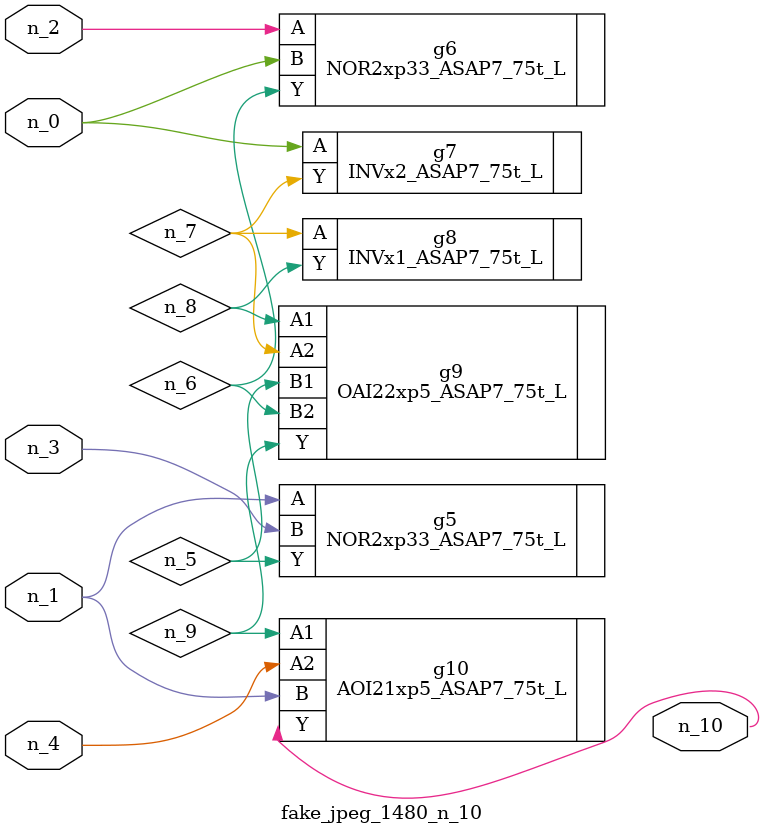
<source format=v>
module fake_jpeg_1480_n_10 (n_3, n_2, n_1, n_0, n_4, n_10);

input n_3;
input n_2;
input n_1;
input n_0;
input n_4;

output n_10;

wire n_8;
wire n_9;
wire n_6;
wire n_5;
wire n_7;

NOR2xp33_ASAP7_75t_L g5 ( 
.A(n_1),
.B(n_3),
.Y(n_5)
);

NOR2xp33_ASAP7_75t_L g6 ( 
.A(n_2),
.B(n_0),
.Y(n_6)
);

INVx2_ASAP7_75t_L g7 ( 
.A(n_0),
.Y(n_7)
);

INVx1_ASAP7_75t_L g8 ( 
.A(n_7),
.Y(n_8)
);

OAI22xp5_ASAP7_75t_L g9 ( 
.A1(n_8),
.A2(n_7),
.B1(n_5),
.B2(n_6),
.Y(n_9)
);

AOI21xp5_ASAP7_75t_L g10 ( 
.A1(n_9),
.A2(n_4),
.B(n_1),
.Y(n_10)
);


endmodule
</source>
